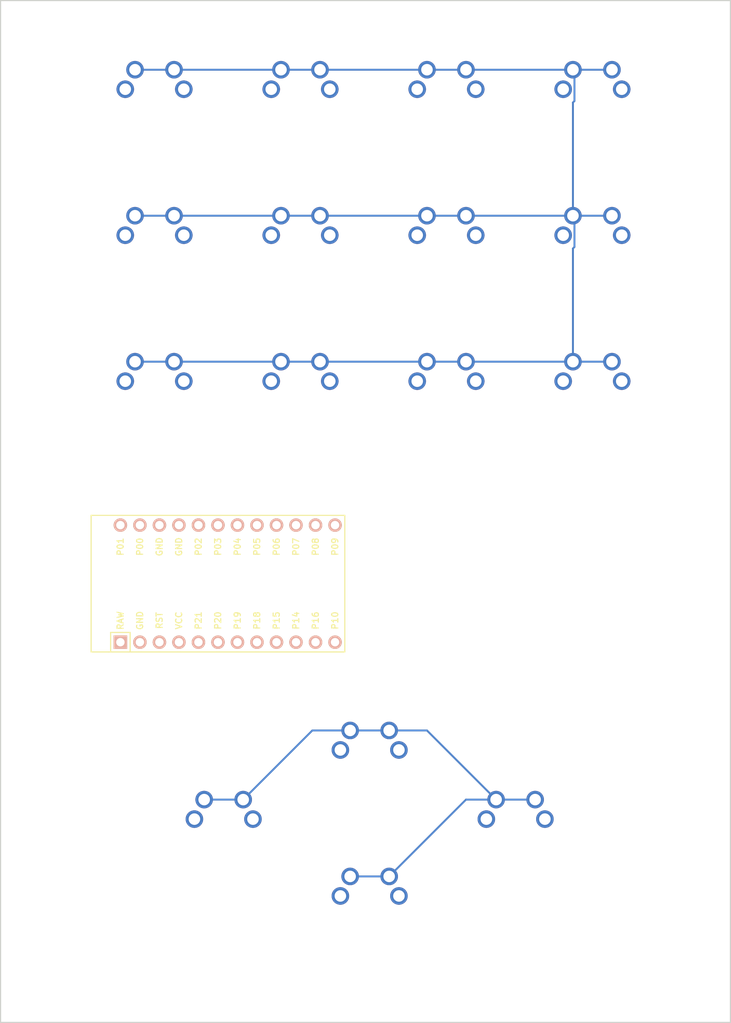
<source format=kicad_pcb>
(kicad_pcb (version 20241229) (generator "pcbnew") (generator_version "9.0")
  (title_block (title "navigatorPCB") (rev "v1.0.0") (company "Unknown"))
  (layers (0 "F.Cu" signal) (2 "B.Cu" signal) (13 "F.Paste" user) (15 "B.Paste" user) (5 "F.SilkS" user) (7 "B.SilkS" user) (1 "F.Mask" user) (3 "B.Mask" user) (25 "Edge.Cuts" user))
  (net 0 "")
  (net 1 "GND")
  (net 2 "macropad_pinky_bottom")
  (net 3 "macropad_pinky_middle")
  (net 4 "macropad_pinky_top")
  (net 5 "macropad_ring_bottom")
  (net 6 "macropad_ring_middle")
  (net 7 "macropad_ring_top")
  (net 8 "macropad_middle_bottom")
  (net 9 "macropad_middle_middle")
  (net 10 "macropad_middle_top")
  (net 11 "macropad_index_bottom")
  (net 12 "macropad_index_middle")
  (net 13 "macropad_index_top")
  (net 14 "navigator_left_down")
  (net 15 "navigator_updown_down")
  (net 16 "navigator_updown_up")
  (net 17 "navigator_right_down")
  (net 18 "RAW")
  (net 19 "RST")
  (net 20 "VCC")
  (net 21 "P0")
  (net 22 "navigator_left_up")
  (net 23 "P9")
  (footprint "MX" (layer "F.Cu") (at 1.04 -61.92)
    (property "Reference" "S4" (hide yes))
    (property "Value" "" (hide yes))
    (pad "" np_thru_hole circle (at -5.08 0) (size 1.7018 1.7018) (drill 1.7018) (layers "*.Cu" "*.Mask"))
    (pad "" np_thru_hole circle (at 0 0) (size 3.9878 3.9878) (drill 3.9878) (layers "*.Cu" "*.Mask"))
    (pad "" np_thru_hole circle (at 5.08 0) (size 1.7018 1.7018) (drill 1.7018) (layers "*.Cu" "*.Mask"))
    (pad "1" thru_hole circle (at -2.54 -5.08) (size 2.286 2.286) (drill 1.4986) (layers "*.Cu" "*.Mask") (net 1 "GND"))
    (pad "1" thru_hole circle (at 2.54 -5.08) (size 2.286 2.286) (drill 1.4986) (layers "*.Cu" "*.Mask") (net 1 "GND"))
    (pad "2" thru_hole circle (at -3.81 -2.54) (size 2.286 2.286) (drill 1.4986) (layers "*.Cu" "*.Mask") (net 5 "macropad_ring_bottom"))
    (pad "2" thru_hole circle (at 3.81 -2.54) (size 2.286 2.286) (drill 1.4986) (layers "*.Cu" "*.Mask") (net 5 "macropad_ring_bottom"))
  )
  (footprint "MX" (layer "F.Cu") (at 1.04 -80.92)
    (property "Reference" "S5" (hide yes))
    (property "Value" "" (hide yes))
    (pad "" np_thru_hole circle (at -5.08 0) (size 1.7018 1.7018) (drill 1.7018) (layers "*.Cu" "*.Mask"))
    (pad "" np_thru_hole circle (at 0 0) (size 3.9878 3.9878) (drill 3.9878) (layers "*.Cu" "*.Mask"))
    (pad "" np_thru_hole circle (at 5.08 0) (size 1.7018 1.7018) (drill 1.7018) (layers "*.Cu" "*.Mask"))
    (pad "1" thru_hole circle (at -2.54 -5.08) (size 2.286 2.286) (drill 1.4986) (layers "*.Cu" "*.Mask") (net 1 "GND"))
    (pad "1" thru_hole circle (at 2.54 -5.08) (size 2.286 2.286) (drill 1.4986) (layers "*.Cu" "*.Mask") (net 1 "GND"))
    (pad "2" thru_hole circle (at -3.81 -2.54) (size 2.286 2.286) (drill 1.4986) (layers "*.Cu" "*.Mask") (net 6 "macropad_ring_middle"))
    (pad "2" thru_hole circle (at 3.81 -2.54) (size 2.286 2.286) (drill 1.4986) (layers "*.Cu" "*.Mask") (net 6 "macropad_ring_middle"))
  )
  (footprint "MX" (layer "F.Cu") (at 20.04 -61.92)
    (property "Reference" "S7" (hide yes))
    (property "Value" "" (hide yes))
    (pad "" np_thru_hole circle (at -5.08 0) (size 1.7018 1.7018) (drill 1.7018) (layers "*.Cu" "*.Mask"))
    (pad "" np_thru_hole circle (at 0 0) (size 3.9878 3.9878) (drill 3.9878) (layers "*.Cu" "*.Mask"))
    (pad "" np_thru_hole circle (at 5.08 0) (size 1.7018 1.7018) (drill 1.7018) (layers "*.Cu" "*.Mask"))
    (pad "1" thru_hole circle (at -2.54 -5.08) (size 2.286 2.286) (drill 1.4986) (layers "*.Cu" "*.Mask") (net 1 "GND"))
    (pad "1" thru_hole circle (at 2.54 -5.08) (size 2.286 2.286) (drill 1.4986) (layers "*.Cu" "*.Mask") (net 1 "GND"))
    (pad "2" thru_hole circle (at -3.81 -2.54) (size 2.286 2.286) (drill 1.4986) (layers "*.Cu" "*.Mask") (net 8 "macropad_middle_bottom"))
    (pad "2" thru_hole circle (at 3.81 -2.54) (size 2.286 2.286) (drill 1.4986) (layers "*.Cu" "*.Mask") (net 8 "macropad_middle_bottom"))
  )
  (footprint "MX" (layer "F.Cu") (at 1.04 -99.92)
    (property "Reference" "S6" (hide yes))
    (property "Value" "" (hide yes))
    (pad "" np_thru_hole circle (at -5.08 0) (size 1.7018 1.7018) (drill 1.7018) (layers "*.Cu" "*.Mask"))
    (pad "" np_thru_hole circle (at 0 0) (size 3.9878 3.9878) (drill 3.9878) (layers "*.Cu" "*.Mask"))
    (pad "" np_thru_hole circle (at 5.08 0) (size 1.7018 1.7018) (drill 1.7018) (layers "*.Cu" "*.Mask"))
    (pad "1" thru_hole circle (at -2.54 -5.08) (size 2.286 2.286) (drill 1.4986) (layers "*.Cu" "*.Mask") (net 1 "GND"))
    (pad "1" thru_hole circle (at 2.54 -5.08) (size 2.286 2.286) (drill 1.4986) (layers "*.Cu" "*.Mask") (net 1 "GND"))
    (pad "2" thru_hole circle (at -3.81 -2.54) (size 2.286 2.286) (drill 1.4986) (layers "*.Cu" "*.Mask") (net 7 "macropad_ring_top"))
    (pad "2" thru_hole circle (at 3.81 -2.54) (size 2.286 2.286) (drill 1.4986) (layers "*.Cu" "*.Mask") (net 7 "macropad_ring_top"))
  )
  (footprint "ProMicro" (layer "F.Cu") (at -8.435 -38.1075)
    (property "Reference" "MCU1" (hide yes))
    (property "Value" "" (hide yes))
    (fp_line (start -17.78 -8.89) (end -17.78 8.89) (stroke (width 0.15)) (layer "F.SilkS"))
    (fp_line (start -17.78 8.89) (end 15.24 8.89) (stroke (width 0.15)) (layer "F.SilkS"))
    (fp_line (start -15.24 6.35) (end -15.24 8.89) (stroke (width 0.15)) (layer "F.SilkS"))
    (fp_line (start -15.24 6.35) (end -12.7 6.35) (stroke (width 0.15)) (layer "F.SilkS"))
    (fp_line (start -12.7 6.35) (end -12.7 8.89) (stroke (width 0.15)) (layer "F.SilkS"))
    (fp_line (start 15.24 -8.89) (end -17.78 -8.89) (stroke (width 0.15)) (layer "F.SilkS"))
    (fp_line (start 15.24 8.89) (end 15.24 -8.89) (stroke (width 0.15)) (layer "F.SilkS"))
    (fp_text user "RST" (at -8.89 4.8 90) (layer "F.SilkS") (effects (font (size 0.8 0.8))))
    (fp_text user "P03" (at -1.27 -4.8 90) (layer "F.SilkS") (effects (font (size 0.8 0.8))))
    (fp_text user "P08" (at 11.43 -4.8 90) (layer "F.SilkS") (effects (font (size 0.8 0.8))))
    (fp_text user "P01" (at -13.97 -4.8 90) (layer "F.SilkS") (effects (font (size 0.8 0.8))))
    (fp_text user "P05" (at 3.81 -4.8 90) (layer "F.SilkS") (effects (font (size 0.8 0.8))))
    (fp_text user "P20" (at -1.27 4.8 90) (layer "F.SilkS") (effects (font (size 0.8 0.8))))
    (fp_text user "P15" (at 6.35 4.8 90) (layer "F.SilkS") (effects (font (size 0.8 0.8))))
    (fp_text user "P04" (at 1.27 -4.8 90) (layer "F.SilkS") (effects (font (size 0.8 0.8))))
    (fp_text user "P09" (at 13.97 -4.8 90) (layer "F.SilkS") (effects (font (size 0.8 0.8))))
    (fp_text user "P00" (at -11.43 -4.8 90) (layer "F.SilkS") (effects (font (size 0.8 0.8))))
    (fp_text user "GND" (at -6.35 -4.8 90) (layer "F.SilkS") (effects (font (size 0.8 0.8))))
    (fp_text user "GND" (at -8.89 -4.8 90) (layer "F.SilkS") (effects (font (size 0.8 0.8))))
    (fp_text user "P19" (at 1.27 4.8 90) (layer "F.SilkS") (effects (font (size 0.8 0.8))))
    (fp_text user "VCC" (at -6.35 4.8 90) (layer "F.SilkS") (effects (font (size 0.8 0.8))))
    (fp_text user "P06" (at 6.35 -4.8 90) (layer "F.SilkS") (effects (font (size 0.8 0.8))))
    (fp_text user "P07" (at 8.89 -4.8 90) (layer "F.SilkS") (effects (font (size 0.8 0.8))))
    (fp_text user "RAW" (at -13.97 4.8 90) (layer "F.SilkS") (effects (font (size 0.8 0.8))))
    (fp_text user "P14" (at 8.89 4.8 90) (layer "F.SilkS") (effects (font (size 0.8 0.8))))
    (fp_text user "P16" (at 11.43 4.8 90) (layer "F.SilkS") (effects (font (size 0.8 0.8))))
    (fp_text user "P18" (at 3.81 4.8 90) (layer "F.SilkS") (effects (font (size 0.8 0.8))))
    (fp_text user "P02" (at -3.81 -4.8 90) (layer "F.SilkS") (effects (font (size 0.8 0.8))))
    (fp_text user "P21" (at -3.81 4.8 90) (layer "F.SilkS") (effects (font (size 0.8 0.8))))
    (fp_text user "P10" (at 13.97 4.8 90) (layer "F.SilkS") (effects (font (size 0.8 0.8))))
    (fp_text user "GND" (at -11.43 4.8 90) (layer "F.SilkS") (effects (font (size 0.8 0.8))))
    (pad "1" thru_hole rect (at -13.97 7.62) (size 1.7526 1.7526) (drill 1.0922) (layers "*.Cu" "*.SilkS" "*.Mask") (net 18 "RAW"))
    (pad "2" thru_hole circle (at -11.43 7.62) (size 1.7526 1.7526) (drill 1.0922) (layers "*.Cu" "*.SilkS" "*.Mask") (net 1 "GND"))
    (pad "3" thru_hole circle (at -8.89 7.62) (size 1.7526 1.7526) (drill 1.0922) (layers "*.Cu" "*.SilkS" "*.Mask") (net 19 "RST"))
    (pad "4" thru_hole circle (at -6.35 7.62) (size 1.7526 1.7526) (drill 1.0922) (layers "*.Cu" "*.SilkS" "*.Mask") (net 20 "VCC"))
    (pad "5" thru_hole circle (at -3.81 7.62) (size 1.7526 1.7526) (drill 1.0922) (layers "*.Cu" "*.SilkS" "*.Mask") (net 3 "macropad_pinky_middle"))
    (pad "6" thru_hole circle (at -1.27 7.62) (size 1.7526 1.7526) (drill 1.0922) (layers "*.Cu" "*.SilkS" "*.Mask") (net 13 "macropad_index_top"))
    (pad "7" thru_hole circle (at 1.27 7.62) (size 1.7526 1.7526) (drill 1.0922) (layers "*.Cu" "*.SilkS" "*.Mask") (net 10 "macropad_middle_top"))
    (pad "8" thru_hole circle (at 3.81 7.62) (size 1.7526 1.7526) (drill 1.0922) (layers "*.Cu" "*.SilkS" "*.Mask") (net 7 "macropad_ring_top"))
    (pad "9" thru_hole circle (at 6.35 7.62) (size 1.7526 1.7526) (drill 1.0922) (layers "*.Cu" "*.SilkS" "*.Mask") (net 6 "macropad_ring_middle"))
    (pad "10" thru_hole circle (at 8.89 7.62) (size 1.7526 1.7526) (drill 1.0922) (layers "*.Cu" "*.SilkS" "*.Mask") (net 9 "macropad_middle_middle"))
    (pad "11" thru_hole circle (at 11.43 7.62) (size 1.7526 1.7526) (drill 1.0922) (layers "*.Cu" "*.SilkS" "*.Mask") (net 12 "macropad_index_middle"))
    (pad "12" thru_hole circle (at 13.97 7.62) (size 1.7526 1.7526) (drill 1.0922) (layers "*.Cu" "*.SilkS" "*.Mask") (net 2 "macropad_pinky_bottom"))
    (pad "13" thru_hole circle (at -13.97 -7.62) (size 1.7526 1.7526) (drill 1.0922) (layers "*.Cu" "*.SilkS" "*.Mask") (net 5 "macropad_ring_bottom"))
    (pad "14" thru_hole circle (at -11.43 -7.62) (size 1.7526 1.7526) (drill 1.0922) (layers "*.Cu" "*.SilkS" "*.Mask") (net 21 "P0"))
    (pad "15" thru_hole circle (at -8.89 -7.62) (size 1.7526 1.7526) (drill 1.0922) (layers "*.Cu" "*.SilkS" "*.Mask") (net 1 "GND"))
    (pad "16" thru_hole circle (at -6.35 -7.62) (size 1.7526 1.7526) (drill 1.0922) (layers "*.Cu" "*.SilkS" "*.Mask") (net 1 "GND"))
    (pad "17" thru_hole circle (at -3.81 -7.62) (size 1.7526 1.7526) (drill 1.0922) (layers "*.Cu" "*.SilkS" "*.Mask") (net 8 "macropad_middle_bottom"))
    (pad "18" thru_hole circle (at -1.27 -7.62) (size 1.7526 1.7526) (drill 1.0922) (layers "*.Cu" "*.SilkS" "*.Mask") (net 11 "macropad_index_bottom"))
    (pad "19" thru_hole circle (at 1.27 -7.62) (size 1.7526 1.7526) (drill 1.0922) (layers "*.Cu" "*.SilkS" "*.Mask") (net 22 "navigator_left_up"))
    (pad "20" thru_hole circle (at 3.81 -7.62) (size 1.7526 1.7526) (drill 1.0922) (layers "*.Cu" "*.SilkS" "*.Mask") (net 16 "navigator_updown_up"))
    (pad "21" thru_hole circle (at 6.35 -7.62) (size 1.7526 1.7526) (drill 1.0922) (layers "*.Cu" "*.SilkS" "*.Mask") (net 15 "navigator_updown_down"))
    (pad "22" thru_hole circle (at 8.89 -7.62) (size 1.7526 1.7526) (drill 1.0922) (layers "*.Cu" "*.SilkS" "*.Mask") (net 4 "macropad_pinky_top"))
    (pad "23" thru_hole circle (at 11.43 -7.62) (size 1.7526 1.7526) (drill 1.0922) (layers "*.Cu" "*.SilkS" "*.Mask") (net 17 "navigator_right_down"))
    (pad "24" thru_hole circle (at 13.97 -7.62) (size 1.7526 1.7526) (drill 1.0922) (layers "*.Cu" "*.SilkS" "*.Mask") (net 23 "P9"))
  )
  (footprint "MX" (layer "F.Cu") (at -17.96 -61.92)
    (property "Reference" "S1" (hide yes))
    (property "Value" "" (hide yes))
    (pad "" np_thru_hole circle (at -5.08 0) (size 1.7018 1.7018) (drill 1.7018) (layers "*.Cu" "*.Mask"))
    (pad "" np_thru_hole circle (at 0 0) (size 3.9878 3.9878) (drill 3.9878) (layers "*.Cu" "*.Mask"))
    (pad "" np_thru_hole circle (at 5.08 0) (size 1.7018 1.7018) (drill 1.7018) (layers "*.Cu" "*.Mask"))
    (pad "1" thru_hole circle (at -2.54 -5.08) (size 2.286 2.286) (drill 1.4986) (layers "*.Cu" "*.Mask") (net 1 "GND"))
    (pad "1" thru_hole circle (at 2.54 -5.08) (size 2.286 2.286) (drill 1.4986) (layers "*.Cu" "*.Mask") (net 1 "GND"))
    (pad "2" thru_hole circle (at -3.81 -2.54) (size 2.286 2.286) (drill 1.4986) (layers "*.Cu" "*.Mask") (net 2 "macropad_pinky_bottom"))
    (pad "2" thru_hole circle (at 3.81 -2.54) (size 2.286 2.286) (drill 1.4986) (layers "*.Cu" "*.Mask") (net 2 "macropad_pinky_bottom"))
  )
  (footprint "MX" (layer "F.Cu") (at 39.04 -61.92)
    (property "Reference" "S10" (hide yes))
    (property "Value" "" (hide yes))
    (pad "" np_thru_hole circle (at -5.08 0) (size 1.7018 1.7018) (drill 1.7018) (layers "*.Cu" "*.Mask"))
    (pad "" np_thru_hole circle (at 0 0) (size 3.9878 3.9878) (drill 3.9878) (layers "*.Cu" "*.Mask"))
    (pad "" np_thru_hole circle (at 5.08 0) (size 1.7018 1.7018) (drill 1.7018) (layers "*.Cu" "*.Mask"))
    (pad "1" thru_hole circle (at -2.54 -5.08) (size 2.286 2.286) (drill 1.4986) (layers "*.Cu" "*.Mask") (net 1 "GND"))
    (pad "1" thru_hole circle (at 2.54 -5.08) (size 2.286 2.286) (drill 1.4986) (layers "*.Cu" "*.Mask") (net 1 "GND"))
    (pad "2" thru_hole circle (at -3.81 -2.54) (size 2.286 2.286) (drill 1.4986) (layers "*.Cu" "*.Mask") (net 11 "macropad_index_bottom"))
    (pad "2" thru_hole circle (at 3.81 -2.54) (size 2.286 2.286) (drill 1.4986) (layers "*.Cu" "*.Mask") (net 11 "macropad_index_bottom"))
  )
  (footprint "MX" (layer "F.Cu") (at 20.04 -99.92)
    (property "Reference" "S9" (hide yes))
    (property "Value" "" (hide yes))
    (pad "" np_thru_hole circle (at -5.08 0) (size 1.7018 1.7018) (drill 1.7018) (layers "*.Cu" "*.Mask"))
    (pad "" np_thru_hole circle (at 0 0) (size 3.9878 3.9878) (drill 3.9878) (layers "*.Cu" "*.Mask"))
    (pad "" np_thru_hole circle (at 5.08 0) (size 1.7018 1.7018) (drill 1.7018) (layers "*.Cu" "*.Mask"))
    (pad "1" thru_hole circle (at -2.54 -5.08) (size 2.286 2.286) (drill 1.4986) (layers "*.Cu" "*.Mask") (net 1 "GND"))
    (pad "1" thru_hole circle (at 2.54 -5.08) (size 2.286 2.286) (drill 1.4986) (layers "*.Cu" "*.Mask") (net 1 "GND"))
    (pad "2" thru_hole circle (at -3.81 -2.54) (size 2.286 2.286) (drill 1.4986) (layers "*.Cu" "*.Mask") (net 10 "macropad_middle_top"))
    (pad "2" thru_hole circle (at 3.81 -2.54) (size 2.286 2.286) (drill 1.4986) (layers "*.Cu" "*.Mask") (net 10 "macropad_middle_top"))
  )
  (footprint "MX" (layer "F.Cu") (at 10.04 -13.92)
    (property "Reference" "S15" (hide yes))
    (property "Value" "" (hide yes))
    (pad "" np_thru_hole circle (at -5.08 0) (size 1.7018 1.7018) (drill 1.7018) (layers "*.Cu" "*.Mask"))
    (pad "" np_thru_hole circle (at 0 0) (size 3.9878 3.9878) (drill 3.9878) (layers "*.Cu" "*.Mask"))
    (pad "" np_thru_hole circle (at 5.08 0) (size 1.7018 1.7018) (drill 1.7018) (layers "*.Cu" "*.Mask"))
    (pad "1" thru_hole circle (at -2.54 -5.08) (size 2.286 2.286) (drill 1.4986) (layers "*.Cu" "*.Mask") (net 1 "GND"))
    (pad "1" thru_hole circle (at 2.54 -5.08) (size 2.286 2.286) (drill 1.4986) (layers "*.Cu" "*.Mask") (net 1 "GND"))
    (pad "2" thru_hole circle (at -3.81 -2.54) (size 2.286 2.286) (drill 1.4986) (layers "*.Cu" "*.Mask") (net 16 "navigator_updown_up"))
    (pad "2" thru_hole circle (at 3.81 -2.54) (size 2.286 2.286) (drill 1.4986) (layers "*.Cu" "*.Mask") (net 16 "navigator_updown_up"))
  )
  (footprint "MX" (layer "F.Cu") (at 29.04 -4.92)
    (property "Reference" "S16" (hide yes))
    (property "Value" "" (hide yes))
    (pad "" np_thru_hole circle (at -5.08 0) (size 1.7018 1.7018) (drill 1.7018) (layers "*.Cu" "*.Mask"))
    (pad "" np_thru_hole circle (at 0 0) (size 3.9878 3.9878) (drill 3.9878) (layers "*.Cu" "*.Mask"))
    (pad "" np_thru_hole circle (at 5.08 0) (size 1.7018 1.7018) (drill 1.7018) (layers "*.Cu" "*.Mask"))
    (pad "1" thru_hole circle (at -2.54 -5.08) (size 2.286 2.286) (drill 1.4986) (layers "*.Cu" "*.Mask") (net 1 "GND"))
    (pad "1" thru_hole circle (at 2.54 -5.08) (size 2.286 2.286) (drill 1.4986) (layers "*.Cu" "*.Mask") (net 1 "GND"))
    (pad "2" thru_hole circle (at -3.81 -2.54) (size 2.286 2.286) (drill 1.4986) (layers "*.Cu" "*.Mask") (net 17 "navigator_right_down"))
    (pad "2" thru_hole circle (at 3.81 -2.54) (size 2.286 2.286) (drill 1.4986) (layers "*.Cu" "*.Mask") (net 17 "navigator_right_down"))
  )
  (footprint "MX" (layer "F.Cu") (at 39.04 -99.92)
    (property "Reference" "S12" (hide yes))
    (property "Value" "" (hide yes))
    (pad "" np_thru_hole circle (at -5.08 0) (size 1.7018 1.7018) (drill 1.7018) (layers "*.Cu" "*.Mask"))
    (pad "" np_thru_hole circle (at 0 0) (size 3.9878 3.9878) (drill 3.9878) (layers "*.Cu" "*.Mask"))
    (pad "" np_thru_hole circle (at 5.08 0) (size 1.7018 1.7018) (drill 1.7018) (layers "*.Cu" "*.Mask"))
    (pad "1" thru_hole circle (at -2.54 -5.08) (size 2.286 2.286) (drill 1.4986) (layers "*.Cu" "*.Mask") (net 1 "GND"))
    (pad "1" thru_hole circle (at 2.54 -5.08) (size 2.286 2.286) (drill 1.4986) (layers "*.Cu" "*.Mask") (net 1 "GND"))
    (pad "2" thru_hole circle (at -3.81 -2.54) (size 2.286 2.286) (drill 1.4986) (layers "*.Cu" "*.Mask") (net 13 "macropad_index_top"))
    (pad "2" thru_hole circle (at 3.81 -2.54) (size 2.286 2.286) (drill 1.4986) (layers "*.Cu" "*.Mask") (net 13 "macropad_index_top"))
  )
  (footprint "MX" (layer "F.Cu") (at 10.04 5.08)
    (property "Reference" "S14" (hide yes))
    (property "Value" "" (hide yes))
    (pad "" np_thru_hole circle (at -5.08 0) (size 1.7018 1.7018) (drill 1.7018) (layers "*.Cu" "*.Mask"))
    (pad "" np_thru_hole circle (at 0 0) (size 3.9878 3.9878) (drill 3.9878) (layers "*.Cu" "*.Mask"))
    (pad "" np_thru_hole circle (at 5.08 0) (size 1.7018 1.7018) (drill 1.7018) (layers "*.Cu" "*.Mask"))
    (pad "1" thru_hole circle (at -2.54 -5.08) (size 2.286 2.286) (drill 1.4986) (layers "*.Cu" "*.Mask") (net 1 "GND"))
    (pad "1" thru_hole circle (at 2.54 -5.08) (size 2.286 2.286) (drill 1.4986) (layers "*.Cu" "*.Mask") (net 1 "GND"))
    (pad "2" thru_hole circle (at -3.81 -2.54) (size 2.286 2.286) (drill 1.4986) (layers "*.Cu" "*.Mask") (net 15 "navigator_updown_down"))
    (pad "2" thru_hole circle (at 3.81 -2.54) (size 2.286 2.286) (drill 1.4986) (layers "*.Cu" "*.Mask") (net 15 "navigator_updown_down"))
  )
  (footprint "MX" (layer "F.Cu") (at -8.96 -4.92)
    (property "Reference" "S13" (hide yes))
    (property "Value" "" (hide yes))
    (pad "" np_thru_hole circle (at -5.08 0) (size 1.7018 1.7018) (drill 1.7018) (layers "*.Cu" "*.Mask"))
    (pad "" np_thru_hole circle (at 0 0) (size 3.9878 3.9878) (drill 3.9878) (layers "*.Cu" "*.Mask"))
    (pad "" np_thru_hole circle (at 5.08 0) (size 1.7018 1.7018) (drill 1.7018) (layers "*.Cu" "*.Mask"))
    (pad "1" thru_hole circle (at -2.54 -5.08) (size 2.286 2.286) (drill 1.4986) (layers "*.Cu" "*.Mask") (net 1 "GND"))
    (pad "1" thru_hole circle (at 2.54 -5.08) (size 2.286 2.286) (drill 1.4986) (layers "*.Cu" "*.Mask") (net 1 "GND"))
    (pad "2" thru_hole circle (at -3.81 -2.54) (size 2.286 2.286) (drill 1.4986) (layers "*.Cu" "*.Mask") (net 14 "navigator_left_down"))
    (pad "2" thru_hole circle (at 3.81 -2.54) (size 2.286 2.286) (drill 1.4986) (layers "*.Cu" "*.Mask") (net 14 "navigator_left_down"))
  )
  (footprint "MX" (layer "F.Cu") (at 39.04 -80.92)
    (property "Reference" "S11" (hide yes))
    (property "Value" "" (hide yes))
    (pad "" np_thru_hole circle (at -5.08 0) (size 1.7018 1.7018) (drill 1.7018) (layers "*.Cu" "*.Mask"))
    (pad "" np_thru_hole circle (at 0 0) (size 3.9878 3.9878) (drill 3.9878) (layers "*.Cu" "*.Mask"))
    (pad "" np_thru_hole circle (at 5.08 0) (size 1.7018 1.7018) (drill 1.7018) (layers "*.Cu" "*.Mask"))
    (pad "1" thru_hole circle (at -2.54 -5.08) (size 2.286 2.286) (drill 1.4986) (layers "*.Cu" "*.Mask") (net 1 "GND"))
    (pad "1" thru_hole circle (at 2.54 -5.08) (size 2.286 2.286) (drill 1.4986) (layers "*.Cu" "*.Mask") (net 1 "GND"))
    (pad "2" thru_hole circle (at -3.81 -2.54) (size 2.286 2.286) (drill 1.4986) (layers "*.Cu" "*.Mask") (net 12 "macropad_index_middle"))
    (pad "2" thru_hole circle (at 3.81 -2.54) (size 2.286 2.286) (drill 1.4986) (layers "*.Cu" "*.Mask") (net 12 "macropad_index_middle"))
  )
  (footprint "MX" (layer "F.Cu") (at -17.96 -80.92)
    (property "Reference" "S2" (hide yes))
    (property "Value" "" (hide yes))
    (pad "" np_thru_hole circle (at -5.08 0) (size 1.7018 1.7018) (drill 1.7018) (layers "*.Cu" "*.Mask"))
    (pad "" np_thru_hole circle (at 0 0) (size 3.9878 3.9878) (drill 3.9878) (layers "*.Cu" "*.Mask"))
    (pad "" np_thru_hole circle (at 5.08 0) (size 1.7018 1.7018) (drill 1.7018) (layers "*.Cu" "*.Mask"))
    (pad "1" thru_hole circle (at -2.54 -5.08) (size 2.286 2.286) (drill 1.4986) (layers "*.Cu" "*.Mask") (net 1 "GND"))
    (pad "1" thru_hole circle (at 2.54 -5.08) (size 2.286 2.286) (drill 1.4986) (layers "*.Cu" "*.Mask") (net 1 "GND"))
    (pad "2" thru_hole circle (at -3.81 -2.54) (size 2.286 2.286) (drill 1.4986) (layers "*.Cu" "*.Mask") (net 3 "macropad_pinky_middle"))
    (pad "2" thru_hole circle (at 3.81 -2.54) (size 2.286 2.286) (drill 1.4986) (layers "*.Cu" "*.Mask") (net 3 "macropad_pinky_middle"))
  )
  (footprint "MX" (layer "F.Cu") (at -17.96 -99.92)
    (property "Reference" "S3" (hide yes))
    (property "Value" "" (hide yes))
    (pad "" np_thru_hole circle (at -5.08 0) (size 1.7018 1.7018) (drill 1.7018) (layers "*.Cu" "*.Mask"))
    (pad "" np_thru_hole circle (at 0 0) (size 3.9878 3.9878) (drill 3.9878) (layers "*.Cu" "*.Mask"))
    (pad "" np_thru_hole circle (at 5.08 0) (size 1.7018 1.7018) (drill 1.7018) (layers "*.Cu" "*.Mask"))
    (pad "1" thru_hole circle (at -2.54 -5.08) (size 2.286 2.286) (drill 1.4986) (layers "*.Cu" "*.Mask") (net 1 "GND"))
    (pad "1" thru_hole circle (at 2.54 -5.08) (size 2.286 2.286) (drill 1.4986) (layers "*.Cu" "*.Mask") (net 1 "GND"))
    (pad "2" thru_hole circle (at -3.81 -2.54) (size 2.286 2.286) (drill 1.4986) (layers "*.Cu" "*.Mask") (net 4 "macropad_pinky_top"))
    (pad "2" thru_hole circle (at 3.81 -2.54) (size 2.286 2.286) (drill 1.4986) (layers "*.Cu" "*.Mask") (net 4 "macropad_pinky_top"))
  )
  (footprint "MX" (layer "F.Cu") (at 20.04 -80.92)
    (property "Reference" "S8" (hide yes))
    (property "Value" "" (hide yes))
    (pad "" np_thru_hole circle (at -5.08 0) (size 1.7018 1.7018) (drill 1.7018) (layers "*.Cu" "*.Mask"))
    (pad "" np_thru_hole circle (at 0 0) (size 3.9878 3.9878) (drill 3.9878) (layers "*.Cu" "*.Mask"))
    (pad "" np_thru_hole circle (at 5.08 0) (size 1.7018 1.7018) (drill 1.7018) (layers "*.Cu" "*.Mask"))
    (pad "1" thru_hole circle (at -2.54 -5.08) (size 2.286 2.286) (drill 1.4986) (layers "*.Cu" "*.Mask") (net 1 "GND"))
    (pad "1" thru_hole circle (at 2.54 -5.08) (size 2.286 2.286) (drill 1.4986) (layers "*.Cu" "*.Mask") (net 1 "GND"))
    (pad "2" thru_hole circle (at -3.81 -2.54) (size 2.286 2.286) (drill 1.4986) (layers "*.Cu" "*.Mask") (net 9 "macropad_middle_middle"))
    (pad "2" thru_hole circle (at 3.81 -2.54) (size 2.286 2.286) (drill 1.4986) (layers "*.Cu" "*.Mask") (net 9 "macropad_middle_middle"))
  )
  (gr_line (start 57 -114) (end -38 -114) (stroke (width 0.15)) (layer "Edge.Cuts"))
  (gr_line (start -38 19) (end 57 19) (stroke (width 0.15)) (layer "Edge.Cuts"))
  (gr_line (start -38 -114) (end -38 19) (stroke (width 0.15)) (layer "Edge.Cuts"))
  (gr_line (start 57 19) (end 57 -114) (stroke (width 0.15)) (layer "Edge.Cuts"))
  (segment (start 36.5 -86) (end 36.699 -85.801) (width 0.25) (layer "B.Cu") (net 1))
  (segment (start 17.5 -19) (end 12.58 -19) (width 0.25) (layer "B.Cu") (net 1))
  (segment (start 36.699 -100.930545) (end 36.5 -100.731545) (width 0.25) (layer "B.Cu") (net 1))
  (segment (start 36.5 -81.731545) (end 36.5 -67) (width 0.25) (layer "B.Cu") (net 1))
  (segment (start 36.5 -105) (end 36.699 -104.801) (width 0.25) (layer "B.Cu") (net 1))
  (segment (start 36.699 -104.801) (end 36.699 -100.930545) (width 0.25) (layer "B.Cu") (net 1))
  (segment (start -20.5 -86) (end 41.58 -86) (width 0.25) (layer "B.Cu") (net 1))
  (segment (start -20.5 -67) (end 41.58 -67) (width 0.25) (layer "B.Cu") (net 1))
  (segment (start -20.5 -105) (end 41.58 -105) (width 0.25) (layer "B.Cu") (net 1))
  (segment (start 12.58 -19) (end 2.58 -19) (width 0.25) (layer "B.Cu") (net 1))
  (segment (start 12.58 0) (end 22.58 -10) (width 0.25) (layer "B.Cu") (net 1))
  (segment (start 2.58 -19) (end -6.42 -10) (width 0.25) (layer "B.Cu") (net 1))
  (segment (start 26.5 -10) (end 17.5 -19) (width 0.25) (layer "B.Cu") (net 1))
  (segment (start -6.42 -10) (end -11.5 -10) (width 0.25) (layer "B.Cu") (net 1))
  (segment (start 7.5 0) (end 12.58 0) (width 0.25) (layer "B.Cu") (net 1))
  (segment (start 22.58 -10) (end 31.58 -10) (width 0.25) (layer "B.Cu") (net 1))
  (segment (start 36.5 -100.731545) (end 36.5 -86) (width 0.25) (layer "B.Cu") (net 1))
  (segment (start 36.699 -81.930545) (end 36.5 -81.731545) (width 0.25) (layer "B.Cu") (net 1))
  (segment (start 36.699 -85.801) (end 36.699 -81.930545) (width 0.25) (layer "B.Cu") (net 1))
)
</source>
